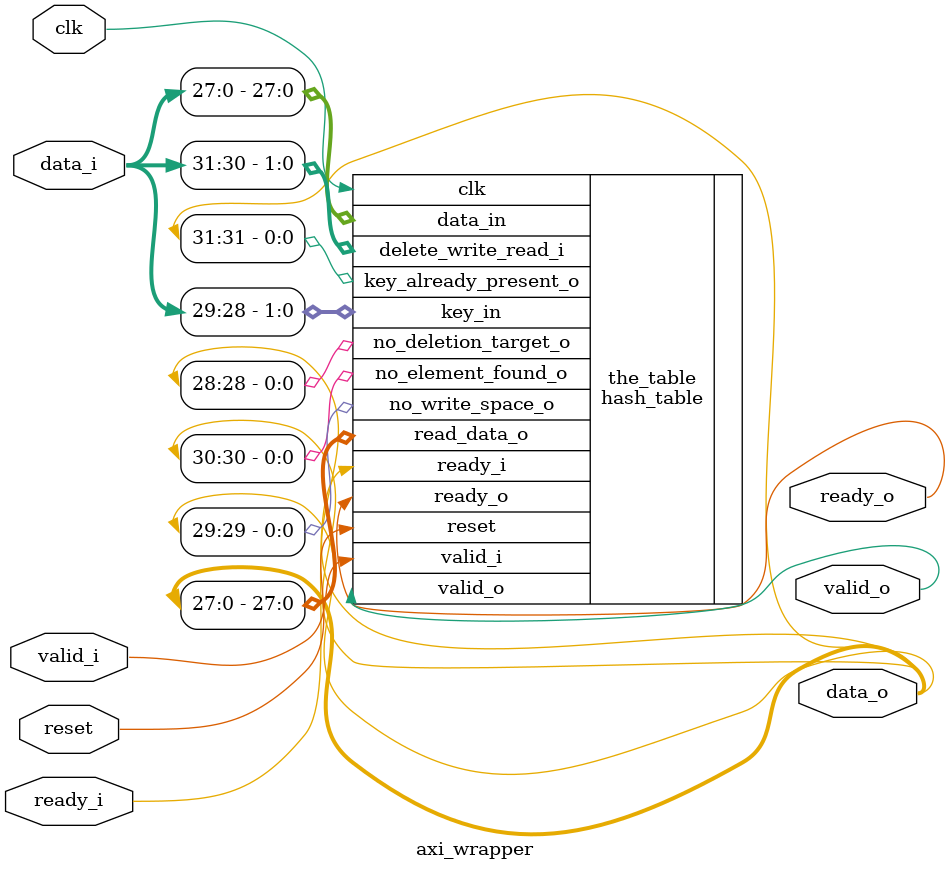
<source format=v>
module axi_wrapper #(parameter KEY_WIDTH = 2,
                     parameter DATA_WIDTH = 28,
                     parameter NUMBER_OF_TABLES = 3,
                     parameter [32*NUMBER_OF_TABLES-1:0] HASH_TABLE_SIZE = 96'h000000020000000200000002,
                     parameter [KEY_WIDTH*NUMBER_OF_TABLES*2-1:0] Q_MATRIX = 12'h0)
( 
    input clk,
    input reset,
    input [2+DATA_WIDTH+KEY_WIDTH-1:0] data_i,
    input ready_i,
    input valid_i,
    output ready_o,
    output valid_o,
    output [2+DATA_WIDTH+KEY_WIDTH-1:0] data_o ); 

hash_table #( .KEY_WIDTH(KEY_WIDTH),
              .DATA_WIDTH(DATA_WIDTH),
              .NUMBER_OF_TABLES(NUMBER_OF_TABLES),
              .SIZES(HASH_TABLE_SIZE),
              .MATRIX(Q_MATRIX) ) 
the_table ( 
    .clk(clk),
    .reset(reset),
    .key_in(data_i[DATA_WIDTH+KEY_WIDTH-1:DATA_WIDTH]),
    .data_in(data_i[DATA_WIDTH-1:0]),
    .delete_write_read_i(data_i[DATA_WIDTH+KEY_WIDTH+2-1:DATA_WIDTH+KEY_WIDTH]),
    .ready_i(ready_i),
    .valid_i(valid_i),
    .ready_o(ready_o),
    .valid_o(valid_o),
    .read_data_o(data_o[DATA_WIDTH-1:0]),
    .no_deletion_target_o(data_o[28]),
    .no_write_space_o(data_o[29]),
    .no_element_found_o(data_o[30]),
    .key_already_present_o(data_o[31]));
endmodule

</source>
